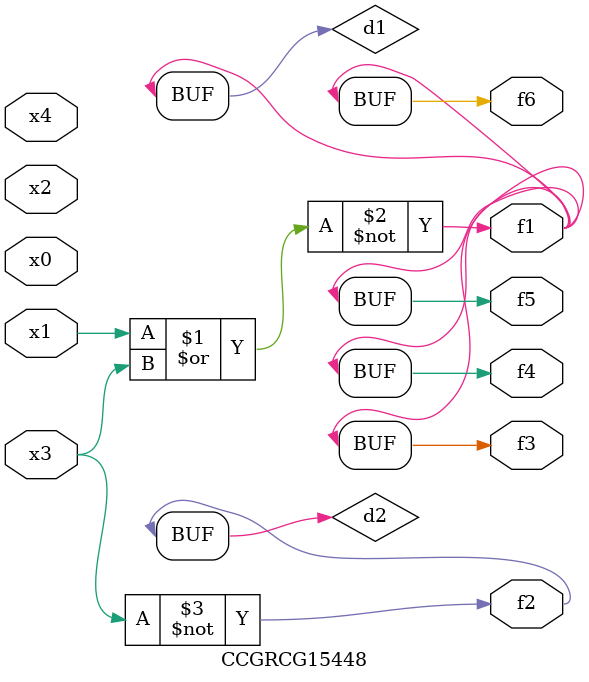
<source format=v>
module CCGRCG15448(
	input x0, x1, x2, x3, x4,
	output f1, f2, f3, f4, f5, f6
);

	wire d1, d2;

	nor (d1, x1, x3);
	not (d2, x3);
	assign f1 = d1;
	assign f2 = d2;
	assign f3 = d1;
	assign f4 = d1;
	assign f5 = d1;
	assign f6 = d1;
endmodule

</source>
